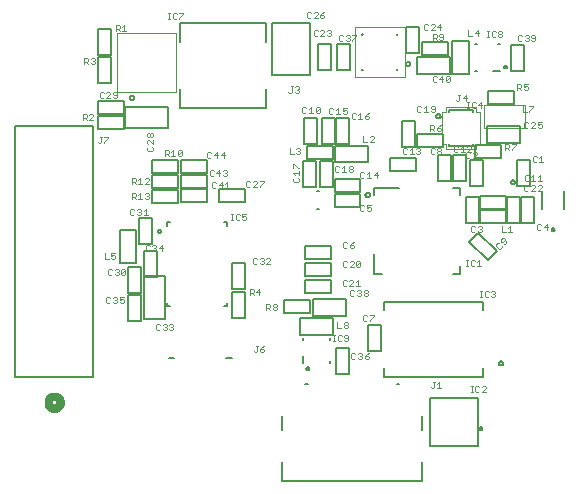
<source format=gto>
G75*
%MOIN*%
%OFA0B0*%
%FSLAX25Y25*%
%IPPOS*%
%LPD*%
%AMOC8*
5,1,8,0,0,1.08239X$1,22.5*
%
%ADD10C,0.00400*%
%ADD11C,0.00600*%
%ADD12C,0.00500*%
%ADD13C,0.00200*%
%ADD14C,0.00787*%
%ADD15C,0.00197*%
%ADD16C,0.00700*%
%ADD17C,0.02500*%
D10*
X0079728Y0086420D02*
X0080395Y0086420D01*
X0080061Y0086420D02*
X0080061Y0088422D01*
X0079728Y0088422D02*
X0080395Y0088422D01*
X0082535Y0088089D02*
X0082202Y0088422D01*
X0081534Y0088422D01*
X0081201Y0088089D01*
X0081201Y0086754D01*
X0081534Y0086420D01*
X0082202Y0086420D01*
X0082535Y0086754D01*
X0084745Y0088422D02*
X0083411Y0088422D01*
X0083411Y0087421D01*
X0084078Y0087755D01*
X0084412Y0087755D01*
X0084745Y0087421D01*
X0084745Y0086754D01*
X0084412Y0086420D01*
X0083744Y0086420D01*
X0083411Y0086754D01*
X0087208Y0042660D02*
X0087541Y0042326D01*
X0087875Y0042326D01*
X0088209Y0042660D01*
X0088209Y0044328D01*
X0088542Y0044328D02*
X0087875Y0044328D01*
X0090752Y0044328D02*
X0090085Y0043994D01*
X0089418Y0043327D01*
X0089418Y0042660D01*
X0089751Y0042326D01*
X0090419Y0042326D01*
X0090752Y0042660D01*
X0090752Y0042993D01*
X0090419Y0043327D01*
X0089418Y0043327D01*
X0146263Y0030455D02*
X0146597Y0030121D01*
X0146930Y0030121D01*
X0147264Y0030455D01*
X0147264Y0032123D01*
X0147597Y0032123D02*
X0146930Y0032123D01*
X0148473Y0031456D02*
X0149140Y0032123D01*
X0149140Y0030121D01*
X0148473Y0030121D02*
X0149807Y0030121D01*
X0162798Y0060436D02*
X0163466Y0060436D01*
X0163132Y0060436D02*
X0163132Y0062438D01*
X0162798Y0062438D02*
X0163466Y0062438D01*
X0165606Y0062104D02*
X0165273Y0062438D01*
X0164605Y0062438D01*
X0164272Y0062104D01*
X0164272Y0060770D01*
X0164605Y0060436D01*
X0165273Y0060436D01*
X0165606Y0060770D01*
X0166482Y0062104D02*
X0166815Y0062438D01*
X0167482Y0062438D01*
X0167816Y0062104D01*
X0167816Y0061771D01*
X0167482Y0061437D01*
X0167149Y0061437D01*
X0167482Y0061437D02*
X0167816Y0061103D01*
X0167816Y0060770D01*
X0167482Y0060436D01*
X0166815Y0060436D01*
X0166482Y0060770D01*
X0158741Y0071066D02*
X0158074Y0071066D01*
X0158408Y0071066D02*
X0158408Y0073068D01*
X0158741Y0073068D02*
X0158074Y0073068D01*
X0160882Y0072734D02*
X0160548Y0073068D01*
X0159881Y0073068D01*
X0159547Y0072734D01*
X0159547Y0071400D01*
X0159881Y0071066D01*
X0160548Y0071066D01*
X0160882Y0071400D01*
X0161757Y0072401D02*
X0162424Y0073068D01*
X0162424Y0071066D01*
X0161757Y0071066D02*
X0163092Y0071066D01*
X0035239Y0112384D02*
X0035573Y0112050D01*
X0035907Y0112050D01*
X0036240Y0112384D01*
X0036240Y0114052D01*
X0035907Y0114052D02*
X0036574Y0114052D01*
X0037449Y0114052D02*
X0038784Y0114052D01*
X0038784Y0113718D01*
X0037449Y0112384D01*
X0037449Y0112050D01*
X0181590Y0107136D02*
X0181256Y0107469D01*
X0180589Y0107469D01*
X0180255Y0107136D01*
X0180255Y0105801D01*
X0180589Y0105468D01*
X0181256Y0105468D01*
X0181590Y0105801D01*
X0182465Y0106802D02*
X0183132Y0107469D01*
X0183132Y0105468D01*
X0182465Y0105468D02*
X0183799Y0105468D01*
X0159502Y0108502D02*
X0159169Y0108836D01*
X0158501Y0108836D01*
X0158168Y0108502D01*
X0158168Y0107167D01*
X0158501Y0106834D01*
X0159169Y0106834D01*
X0159502Y0107167D01*
X0161712Y0106834D02*
X0160378Y0106834D01*
X0161712Y0108168D01*
X0161712Y0108502D01*
X0161378Y0108836D01*
X0160711Y0108836D01*
X0160378Y0108502D01*
X0161031Y0083876D02*
X0160697Y0084210D01*
X0160030Y0084210D01*
X0159696Y0083876D01*
X0159696Y0082541D01*
X0160030Y0082208D01*
X0160697Y0082208D01*
X0161031Y0082541D01*
X0161906Y0083876D02*
X0162240Y0084210D01*
X0162907Y0084210D01*
X0163240Y0083876D01*
X0163240Y0083542D01*
X0162907Y0083209D01*
X0162573Y0083209D01*
X0162907Y0083209D02*
X0163240Y0082875D01*
X0163240Y0082541D01*
X0162907Y0082208D01*
X0162240Y0082208D01*
X0161906Y0082541D01*
X0183023Y0084730D02*
X0182689Y0085064D01*
X0182022Y0085064D01*
X0181688Y0084730D01*
X0181688Y0083396D01*
X0182022Y0083062D01*
X0182689Y0083062D01*
X0183023Y0083396D01*
X0184899Y0083062D02*
X0184899Y0085064D01*
X0183898Y0084063D01*
X0185233Y0084063D01*
X0124164Y0090766D02*
X0123831Y0091099D01*
X0123164Y0091099D01*
X0122830Y0090766D01*
X0122830Y0089431D01*
X0123164Y0089098D01*
X0123831Y0089098D01*
X0124164Y0089431D01*
X0126374Y0091099D02*
X0125040Y0091099D01*
X0125040Y0090098D01*
X0125707Y0090432D01*
X0126041Y0090432D01*
X0126374Y0090098D01*
X0126374Y0089431D01*
X0126041Y0089098D01*
X0125373Y0089098D01*
X0125040Y0089431D01*
X0118318Y0078624D02*
X0117984Y0078958D01*
X0117317Y0078958D01*
X0116983Y0078624D01*
X0116983Y0077290D01*
X0117317Y0076956D01*
X0117984Y0076956D01*
X0118318Y0077290D01*
X0120528Y0078958D02*
X0119861Y0078624D01*
X0119193Y0077957D01*
X0119193Y0077290D01*
X0119527Y0076956D01*
X0120194Y0076956D01*
X0120528Y0077290D01*
X0120528Y0077623D01*
X0120194Y0077957D01*
X0119193Y0077957D01*
X0125156Y0054227D02*
X0124822Y0054561D01*
X0124155Y0054561D01*
X0123821Y0054227D01*
X0123821Y0052893D01*
X0124155Y0052559D01*
X0124822Y0052559D01*
X0125156Y0052893D01*
X0126031Y0054561D02*
X0127366Y0054561D01*
X0127366Y0054227D01*
X0126031Y0052893D01*
X0126031Y0052559D01*
X0147597Y0109774D02*
X0147264Y0110107D01*
X0146597Y0110107D01*
X0146263Y0109774D01*
X0146263Y0108439D01*
X0146597Y0108106D01*
X0147264Y0108106D01*
X0147597Y0108439D01*
X0148473Y0109774D02*
X0148806Y0110107D01*
X0149474Y0110107D01*
X0149807Y0109774D01*
X0149807Y0109440D01*
X0149474Y0109106D01*
X0149807Y0108773D01*
X0149807Y0108439D01*
X0149474Y0108106D01*
X0148806Y0108106D01*
X0148473Y0108439D01*
X0148473Y0108773D01*
X0148806Y0109106D01*
X0148473Y0109440D01*
X0148473Y0109774D01*
X0148806Y0109106D02*
X0149474Y0109106D01*
X0168969Y0078554D02*
X0168497Y0078554D01*
X0168025Y0078082D01*
X0168025Y0077610D01*
X0168969Y0076667D01*
X0169440Y0076667D01*
X0169912Y0077139D01*
X0169912Y0077610D01*
X0170531Y0078229D02*
X0171003Y0078229D01*
X0171475Y0078701D01*
X0171475Y0079173D01*
X0170531Y0080117D01*
X0170059Y0080117D01*
X0169588Y0079645D01*
X0169588Y0079173D01*
X0169823Y0078937D01*
X0170295Y0078937D01*
X0171003Y0079645D01*
X0104771Y0123510D02*
X0104437Y0123843D01*
X0103770Y0123843D01*
X0103436Y0123510D01*
X0103436Y0122175D01*
X0103770Y0121842D01*
X0104437Y0121842D01*
X0104771Y0122175D01*
X0105646Y0123176D02*
X0106313Y0123843D01*
X0106313Y0121842D01*
X0105646Y0121842D02*
X0106981Y0121842D01*
X0107856Y0122175D02*
X0107856Y0123510D01*
X0108190Y0123843D01*
X0108857Y0123843D01*
X0109190Y0123510D01*
X0109190Y0122175D01*
X0108857Y0121842D01*
X0108190Y0121842D01*
X0107856Y0122175D01*
X0109190Y0123510D01*
X0178889Y0100837D02*
X0178555Y0101170D01*
X0177888Y0101170D01*
X0177554Y0100837D01*
X0177554Y0099502D01*
X0177888Y0099169D01*
X0178555Y0099169D01*
X0178889Y0099502D01*
X0179764Y0100503D02*
X0180431Y0101170D01*
X0180431Y0099169D01*
X0179764Y0099169D02*
X0181099Y0099169D01*
X0181974Y0100503D02*
X0182641Y0101170D01*
X0182641Y0099169D01*
X0181974Y0099169D02*
X0183309Y0099169D01*
X0155408Y0110530D02*
X0155075Y0110863D01*
X0154408Y0110863D01*
X0154074Y0110530D01*
X0154074Y0109195D01*
X0154408Y0108861D01*
X0155075Y0108861D01*
X0155408Y0109195D01*
X0156284Y0110196D02*
X0156951Y0110863D01*
X0156951Y0108861D01*
X0156284Y0108861D02*
X0157618Y0108861D01*
X0159828Y0108861D02*
X0158494Y0108861D01*
X0159828Y0110196D01*
X0159828Y0110530D01*
X0159495Y0110863D01*
X0158827Y0110863D01*
X0158494Y0110530D01*
X0138385Y0109821D02*
X0138051Y0110154D01*
X0137384Y0110154D01*
X0137050Y0109821D01*
X0137050Y0108486D01*
X0137384Y0108153D01*
X0138051Y0108153D01*
X0138385Y0108486D01*
X0139260Y0109487D02*
X0139928Y0110154D01*
X0139928Y0108153D01*
X0140595Y0108153D02*
X0139260Y0108153D01*
X0141470Y0109821D02*
X0141804Y0110154D01*
X0142471Y0110154D01*
X0142805Y0109821D01*
X0142805Y0109487D01*
X0142471Y0109154D01*
X0142137Y0109154D01*
X0142471Y0109154D02*
X0142805Y0108820D01*
X0142805Y0108486D01*
X0142471Y0108153D01*
X0141804Y0108153D01*
X0141470Y0108486D01*
X0124164Y0101923D02*
X0123831Y0102257D01*
X0123164Y0102257D01*
X0122830Y0101923D01*
X0122830Y0100589D01*
X0123164Y0100255D01*
X0123831Y0100255D01*
X0124164Y0100589D01*
X0125040Y0101590D02*
X0125707Y0102257D01*
X0125707Y0100255D01*
X0125040Y0100255D02*
X0126374Y0100255D01*
X0128251Y0100255D02*
X0128251Y0102257D01*
X0127250Y0101256D01*
X0128584Y0101256D01*
X0113775Y0123384D02*
X0113441Y0123717D01*
X0112774Y0123717D01*
X0112440Y0123384D01*
X0112440Y0122049D01*
X0112774Y0121716D01*
X0113441Y0121716D01*
X0113775Y0122049D01*
X0114650Y0123050D02*
X0115317Y0123717D01*
X0115317Y0121716D01*
X0114650Y0121716D02*
X0115985Y0121716D01*
X0118194Y0123717D02*
X0116860Y0123717D01*
X0116860Y0122717D01*
X0117527Y0123050D01*
X0117861Y0123050D01*
X0118194Y0122717D01*
X0118194Y0122049D01*
X0117861Y0121716D01*
X0117194Y0121716D01*
X0116860Y0122049D01*
X0121200Y0121553D02*
X0120866Y0121887D01*
X0120199Y0121887D01*
X0119865Y0121553D01*
X0119865Y0120219D01*
X0120199Y0119885D01*
X0120866Y0119885D01*
X0121200Y0120219D01*
X0122075Y0121220D02*
X0122742Y0121887D01*
X0122742Y0119885D01*
X0122075Y0119885D02*
X0123410Y0119885D01*
X0125620Y0121887D02*
X0124952Y0121553D01*
X0124285Y0120886D01*
X0124285Y0120219D01*
X0124619Y0119885D01*
X0125286Y0119885D01*
X0125620Y0120219D01*
X0125620Y0120552D01*
X0125286Y0120886D01*
X0124285Y0120886D01*
X0100782Y0100365D02*
X0100448Y0100032D01*
X0100448Y0099364D01*
X0100782Y0099031D01*
X0102116Y0099031D01*
X0102450Y0099364D01*
X0102450Y0100032D01*
X0102116Y0100365D01*
X0101115Y0101241D02*
X0100448Y0101908D01*
X0102450Y0101908D01*
X0102450Y0101241D02*
X0102450Y0102575D01*
X0100448Y0103450D02*
X0100448Y0104785D01*
X0100782Y0104785D01*
X0102116Y0103450D01*
X0102450Y0103450D01*
X0115779Y0103982D02*
X0115445Y0104316D01*
X0114778Y0104316D01*
X0114444Y0103982D01*
X0114444Y0102648D01*
X0114778Y0102314D01*
X0115445Y0102314D01*
X0115779Y0102648D01*
X0116654Y0103649D02*
X0117321Y0104316D01*
X0117321Y0102314D01*
X0116654Y0102314D02*
X0117988Y0102314D01*
X0118864Y0103982D02*
X0119197Y0104316D01*
X0119865Y0104316D01*
X0120198Y0103982D01*
X0120198Y0103649D01*
X0119865Y0103315D01*
X0120198Y0102981D01*
X0120198Y0102648D01*
X0119865Y0102314D01*
X0119197Y0102314D01*
X0118864Y0102648D01*
X0118864Y0102981D01*
X0119197Y0103315D01*
X0118864Y0103649D01*
X0118864Y0103982D01*
X0119197Y0103315D02*
X0119865Y0103315D01*
X0118318Y0072274D02*
X0117984Y0072607D01*
X0117317Y0072607D01*
X0116983Y0072274D01*
X0116983Y0070939D01*
X0117317Y0070606D01*
X0117984Y0070606D01*
X0118318Y0070939D01*
X0120528Y0070606D02*
X0119193Y0070606D01*
X0120528Y0071940D01*
X0120528Y0072274D01*
X0120194Y0072607D01*
X0119527Y0072607D01*
X0119193Y0072274D01*
X0121403Y0070939D02*
X0121403Y0072274D01*
X0121737Y0072607D01*
X0122404Y0072607D01*
X0122738Y0072274D01*
X0122738Y0070939D01*
X0122404Y0070606D01*
X0121737Y0070606D01*
X0121403Y0070939D01*
X0122738Y0072274D01*
X0118239Y0065876D02*
X0117906Y0066210D01*
X0117238Y0066210D01*
X0116905Y0065876D01*
X0116905Y0064541D01*
X0117238Y0064208D01*
X0117906Y0064208D01*
X0118239Y0064541D01*
X0120449Y0064208D02*
X0119115Y0064208D01*
X0120449Y0065542D01*
X0120449Y0065876D01*
X0120115Y0066210D01*
X0119448Y0066210D01*
X0119115Y0065876D01*
X0121324Y0065542D02*
X0121992Y0066210D01*
X0121992Y0064208D01*
X0122659Y0064208D02*
X0121324Y0064208D01*
X0178810Y0097608D02*
X0178476Y0097942D01*
X0177809Y0097942D01*
X0177476Y0097608D01*
X0177476Y0096274D01*
X0177809Y0095940D01*
X0178476Y0095940D01*
X0178810Y0096274D01*
X0181020Y0095940D02*
X0179685Y0095940D01*
X0181020Y0097275D01*
X0181020Y0097608D01*
X0180686Y0097942D01*
X0180019Y0097942D01*
X0179685Y0097608D01*
X0183230Y0095940D02*
X0181895Y0095940D01*
X0183230Y0097275D01*
X0183230Y0097608D01*
X0182896Y0097942D01*
X0182229Y0097942D01*
X0181895Y0097608D01*
X0099291Y0110280D02*
X0099291Y0108279D01*
X0100625Y0108279D01*
X0101500Y0109947D02*
X0101834Y0110280D01*
X0102501Y0110280D01*
X0102835Y0109947D01*
X0102835Y0109613D01*
X0102501Y0109280D01*
X0102168Y0109280D01*
X0102501Y0109280D02*
X0102835Y0108946D01*
X0102835Y0108612D01*
X0102501Y0108279D01*
X0101834Y0108279D01*
X0101500Y0108612D01*
X0123688Y0114202D02*
X0123688Y0112200D01*
X0125023Y0112200D01*
X0127233Y0112200D02*
X0125898Y0112200D01*
X0127233Y0113534D01*
X0127233Y0113868D01*
X0126899Y0114202D01*
X0126232Y0114202D01*
X0125898Y0113868D01*
X0169924Y0084170D02*
X0169924Y0082169D01*
X0171259Y0082169D01*
X0172134Y0083503D02*
X0172802Y0084170D01*
X0172802Y0082169D01*
X0173469Y0082169D02*
X0172134Y0082169D01*
X0160274Y0028794D02*
X0159607Y0028794D01*
X0159941Y0028794D02*
X0159941Y0030796D01*
X0160274Y0030796D02*
X0159607Y0030796D01*
X0162415Y0030463D02*
X0162081Y0030796D01*
X0161414Y0030796D01*
X0161080Y0030463D01*
X0161080Y0029128D01*
X0161414Y0028794D01*
X0162081Y0028794D01*
X0162415Y0029128D01*
X0164625Y0028794D02*
X0163290Y0028794D01*
X0164625Y0030129D01*
X0164625Y0030463D01*
X0164291Y0030796D01*
X0163624Y0030796D01*
X0163290Y0030463D01*
X0154672Y0126250D02*
X0155006Y0125917D01*
X0155340Y0125917D01*
X0155673Y0126250D01*
X0155673Y0127918D01*
X0155340Y0127918D02*
X0156007Y0127918D01*
X0157883Y0125917D02*
X0157883Y0127918D01*
X0156882Y0126917D01*
X0158217Y0126917D01*
X0143101Y0124045D02*
X0142768Y0124379D01*
X0142101Y0124379D01*
X0141767Y0124045D01*
X0141767Y0122711D01*
X0142101Y0122377D01*
X0142768Y0122377D01*
X0143101Y0122711D01*
X0143977Y0123712D02*
X0144644Y0124379D01*
X0144644Y0122377D01*
X0143977Y0122377D02*
X0145311Y0122377D01*
X0146187Y0122711D02*
X0146520Y0122377D01*
X0147188Y0122377D01*
X0147521Y0122711D01*
X0147521Y0124045D01*
X0147188Y0124379D01*
X0146520Y0124379D01*
X0146187Y0124045D01*
X0146187Y0123712D01*
X0146520Y0123378D01*
X0147521Y0123378D01*
X0178802Y0118624D02*
X0178469Y0118958D01*
X0177801Y0118958D01*
X0177468Y0118624D01*
X0177468Y0117290D01*
X0177801Y0116956D01*
X0178469Y0116956D01*
X0178802Y0117290D01*
X0181012Y0116956D02*
X0179678Y0116956D01*
X0181012Y0118290D01*
X0181012Y0118624D01*
X0180678Y0118958D01*
X0180011Y0118958D01*
X0179678Y0118624D01*
X0183222Y0118958D02*
X0181887Y0118958D01*
X0181887Y0117957D01*
X0182555Y0118290D01*
X0182888Y0118290D01*
X0183222Y0117957D01*
X0183222Y0117290D01*
X0182888Y0116956D01*
X0182221Y0116956D01*
X0181887Y0117290D01*
X0059371Y0153153D02*
X0058704Y0153153D01*
X0059038Y0153153D02*
X0059038Y0155154D01*
X0059371Y0155154D02*
X0058704Y0155154D01*
X0061512Y0154821D02*
X0061178Y0155154D01*
X0060511Y0155154D01*
X0060177Y0154821D01*
X0060177Y0153486D01*
X0060511Y0153153D01*
X0061178Y0153153D01*
X0061512Y0153486D01*
X0062387Y0155154D02*
X0063722Y0155154D01*
X0063722Y0154821D01*
X0062387Y0153486D01*
X0062387Y0153153D01*
X0106377Y0155175D02*
X0106043Y0155509D01*
X0105376Y0155509D01*
X0105043Y0155175D01*
X0105043Y0153841D01*
X0105376Y0153507D01*
X0106043Y0153507D01*
X0106377Y0153841D01*
X0108587Y0153507D02*
X0107252Y0153507D01*
X0108587Y0154842D01*
X0108587Y0155175D01*
X0108253Y0155509D01*
X0107586Y0155509D01*
X0107252Y0155175D01*
X0110797Y0155509D02*
X0110130Y0155175D01*
X0109462Y0154508D01*
X0109462Y0153841D01*
X0109796Y0153507D01*
X0110463Y0153507D01*
X0110797Y0153841D01*
X0110797Y0154174D01*
X0110463Y0154508D01*
X0109462Y0154508D01*
X0052107Y0110692D02*
X0051773Y0110359D01*
X0051773Y0109691D01*
X0052107Y0109358D01*
X0053441Y0109358D01*
X0053775Y0109691D01*
X0053775Y0110359D01*
X0053441Y0110692D01*
X0053775Y0112902D02*
X0053775Y0111568D01*
X0052440Y0112902D01*
X0052107Y0112902D01*
X0051773Y0112568D01*
X0051773Y0111901D01*
X0052107Y0111568D01*
X0052107Y0113777D02*
X0051773Y0114111D01*
X0051773Y0114778D01*
X0052107Y0115112D01*
X0052440Y0115112D01*
X0052774Y0114778D01*
X0053108Y0115112D01*
X0053441Y0115112D01*
X0053775Y0114778D01*
X0053775Y0114111D01*
X0053441Y0113777D01*
X0053108Y0113777D01*
X0052774Y0114111D01*
X0052440Y0113777D01*
X0052107Y0113777D01*
X0052774Y0114111D02*
X0052774Y0114778D01*
X0037283Y0128522D02*
X0036949Y0128855D01*
X0036282Y0128855D01*
X0035948Y0128522D01*
X0035948Y0127187D01*
X0036282Y0126854D01*
X0036949Y0126854D01*
X0037283Y0127187D01*
X0039492Y0126854D02*
X0038158Y0126854D01*
X0039492Y0128188D01*
X0039492Y0128522D01*
X0039159Y0128855D01*
X0038492Y0128855D01*
X0038158Y0128522D01*
X0040368Y0127187D02*
X0040701Y0126854D01*
X0041369Y0126854D01*
X0041702Y0127187D01*
X0041702Y0128522D01*
X0041369Y0128855D01*
X0040701Y0128855D01*
X0040368Y0128522D01*
X0040368Y0128188D01*
X0040701Y0127854D01*
X0041702Y0127854D01*
X0041184Y0149255D02*
X0041184Y0151257D01*
X0042185Y0151257D01*
X0042519Y0150923D01*
X0042519Y0150256D01*
X0042185Y0149922D01*
X0041184Y0149922D01*
X0041851Y0149922D02*
X0042519Y0149255D01*
X0043394Y0150590D02*
X0044061Y0151257D01*
X0044061Y0149255D01*
X0043394Y0149255D02*
X0044729Y0149255D01*
X0030200Y0119491D02*
X0030200Y0121493D01*
X0031201Y0121493D01*
X0031534Y0121159D01*
X0031534Y0120492D01*
X0031201Y0120159D01*
X0030200Y0120159D01*
X0030867Y0120159D02*
X0031534Y0119491D01*
X0033744Y0119491D02*
X0032410Y0119491D01*
X0033744Y0120826D01*
X0033744Y0121159D01*
X0033411Y0121493D01*
X0032743Y0121493D01*
X0032410Y0121159D01*
X0030791Y0138192D02*
X0030791Y0140194D01*
X0031791Y0140194D01*
X0032125Y0139860D01*
X0032125Y0139193D01*
X0031791Y0138859D01*
X0030791Y0138859D01*
X0031458Y0138859D02*
X0032125Y0138192D01*
X0033000Y0139860D02*
X0033334Y0140194D01*
X0034001Y0140194D01*
X0034335Y0139860D01*
X0034335Y0139527D01*
X0034001Y0139193D01*
X0033668Y0139193D01*
X0034001Y0139193D02*
X0034335Y0138859D01*
X0034335Y0138526D01*
X0034001Y0138192D01*
X0033334Y0138192D01*
X0033000Y0138526D01*
X0086160Y0098915D02*
X0085827Y0099249D01*
X0085160Y0099249D01*
X0084826Y0098915D01*
X0084826Y0097581D01*
X0085160Y0097247D01*
X0085827Y0097247D01*
X0086160Y0097581D01*
X0088370Y0097247D02*
X0087036Y0097247D01*
X0088370Y0098582D01*
X0088370Y0098915D01*
X0088037Y0099249D01*
X0087369Y0099249D01*
X0087036Y0098915D01*
X0089246Y0099249D02*
X0090580Y0099249D01*
X0090580Y0098915D01*
X0089246Y0097581D01*
X0089246Y0097247D01*
X0039999Y0069467D02*
X0039665Y0069800D01*
X0038998Y0069800D01*
X0038665Y0069467D01*
X0038665Y0068132D01*
X0038998Y0067798D01*
X0039665Y0067798D01*
X0039999Y0068132D01*
X0040874Y0069467D02*
X0041208Y0069800D01*
X0041875Y0069800D01*
X0042209Y0069467D01*
X0042209Y0069133D01*
X0041875Y0068799D01*
X0041542Y0068799D01*
X0041875Y0068799D02*
X0042209Y0068466D01*
X0042209Y0068132D01*
X0041875Y0067798D01*
X0041208Y0067798D01*
X0040874Y0068132D01*
X0043084Y0068132D02*
X0043084Y0069467D01*
X0043418Y0069800D01*
X0044085Y0069800D01*
X0044419Y0069467D01*
X0044419Y0068132D01*
X0044085Y0067798D01*
X0043418Y0067798D01*
X0043084Y0068132D01*
X0044419Y0069467D01*
X0047460Y0089644D02*
X0047126Y0089977D01*
X0046459Y0089977D01*
X0046125Y0089644D01*
X0046125Y0088309D01*
X0046459Y0087976D01*
X0047126Y0087976D01*
X0047460Y0088309D01*
X0048335Y0089644D02*
X0048669Y0089977D01*
X0049336Y0089977D01*
X0049670Y0089644D01*
X0049670Y0089310D01*
X0049336Y0088976D01*
X0049002Y0088976D01*
X0049336Y0088976D02*
X0049670Y0088643D01*
X0049670Y0088309D01*
X0049336Y0087976D01*
X0048669Y0087976D01*
X0048335Y0088309D01*
X0050545Y0089310D02*
X0051212Y0089977D01*
X0051212Y0087976D01*
X0050545Y0087976D02*
X0051879Y0087976D01*
X0088326Y0073207D02*
X0087992Y0073540D01*
X0087325Y0073540D01*
X0086991Y0073207D01*
X0086991Y0071872D01*
X0087325Y0071539D01*
X0087992Y0071539D01*
X0088326Y0071872D01*
X0089201Y0073207D02*
X0089535Y0073540D01*
X0090202Y0073540D01*
X0090536Y0073207D01*
X0090536Y0072873D01*
X0090202Y0072539D01*
X0089868Y0072539D01*
X0090202Y0072539D02*
X0090536Y0072206D01*
X0090536Y0071872D01*
X0090202Y0071539D01*
X0089535Y0071539D01*
X0089201Y0071872D01*
X0092746Y0071539D02*
X0091411Y0071539D01*
X0092746Y0072873D01*
X0092746Y0073207D01*
X0092412Y0073540D01*
X0091745Y0073540D01*
X0091411Y0073207D01*
X0055983Y0051297D02*
X0055650Y0051631D01*
X0054982Y0051631D01*
X0054649Y0051297D01*
X0054649Y0049963D01*
X0054982Y0049629D01*
X0055650Y0049629D01*
X0055983Y0049963D01*
X0056859Y0051297D02*
X0057192Y0051631D01*
X0057860Y0051631D01*
X0058193Y0051297D01*
X0058193Y0050964D01*
X0057860Y0050630D01*
X0057526Y0050630D01*
X0057860Y0050630D02*
X0058193Y0050296D01*
X0058193Y0049963D01*
X0057860Y0049629D01*
X0057192Y0049629D01*
X0056859Y0049963D01*
X0059069Y0051297D02*
X0059402Y0051631D01*
X0060069Y0051631D01*
X0060403Y0051297D01*
X0060403Y0050964D01*
X0060069Y0050630D01*
X0059736Y0050630D01*
X0060069Y0050630D02*
X0060403Y0050296D01*
X0060403Y0049963D01*
X0060069Y0049629D01*
X0059402Y0049629D01*
X0059069Y0049963D01*
X0052538Y0077675D02*
X0052205Y0078009D01*
X0051538Y0078009D01*
X0051204Y0077675D01*
X0051204Y0076341D01*
X0051538Y0076007D01*
X0052205Y0076007D01*
X0052538Y0076341D01*
X0053414Y0077675D02*
X0053747Y0078009D01*
X0054415Y0078009D01*
X0054748Y0077675D01*
X0054748Y0077342D01*
X0054415Y0077008D01*
X0054081Y0077008D01*
X0054415Y0077008D02*
X0054748Y0076674D01*
X0054748Y0076341D01*
X0054415Y0076007D01*
X0053747Y0076007D01*
X0053414Y0076341D01*
X0056625Y0076007D02*
X0056625Y0078009D01*
X0055624Y0077008D01*
X0056958Y0077008D01*
X0039448Y0060254D02*
X0039114Y0060588D01*
X0038447Y0060588D01*
X0038113Y0060254D01*
X0038113Y0058919D01*
X0038447Y0058586D01*
X0039114Y0058586D01*
X0039448Y0058919D01*
X0040323Y0060254D02*
X0040657Y0060588D01*
X0041324Y0060588D01*
X0041658Y0060254D01*
X0041658Y0059920D01*
X0041324Y0059587D01*
X0040991Y0059587D01*
X0041324Y0059587D02*
X0041658Y0059253D01*
X0041658Y0058919D01*
X0041324Y0058586D01*
X0040657Y0058586D01*
X0040323Y0058919D01*
X0043868Y0060588D02*
X0042533Y0060588D01*
X0042533Y0059587D01*
X0043200Y0059920D01*
X0043534Y0059920D01*
X0043868Y0059587D01*
X0043868Y0058919D01*
X0043534Y0058586D01*
X0042867Y0058586D01*
X0042533Y0058919D01*
X0085850Y0061145D02*
X0085850Y0063147D01*
X0086850Y0063147D01*
X0087184Y0062813D01*
X0087184Y0062146D01*
X0086850Y0061812D01*
X0085850Y0061812D01*
X0086517Y0061812D02*
X0087184Y0061145D01*
X0089060Y0061145D02*
X0089060Y0063147D01*
X0088059Y0062146D01*
X0089394Y0062146D01*
X0037562Y0075115D02*
X0037562Y0073113D01*
X0038897Y0073113D01*
X0041107Y0075115D02*
X0039772Y0075115D01*
X0039772Y0074114D01*
X0040439Y0074448D01*
X0040773Y0074448D01*
X0041107Y0074114D01*
X0041107Y0073447D01*
X0040773Y0073113D01*
X0040106Y0073113D01*
X0039772Y0073447D01*
X0158461Y0123438D02*
X0159128Y0123438D01*
X0158794Y0123438D02*
X0158794Y0125440D01*
X0158461Y0125440D02*
X0159128Y0125440D01*
X0161268Y0125106D02*
X0160935Y0125440D01*
X0160268Y0125440D01*
X0159934Y0125106D01*
X0159934Y0123772D01*
X0160268Y0123438D01*
X0160935Y0123438D01*
X0161268Y0123772D01*
X0163145Y0123438D02*
X0163145Y0125440D01*
X0162144Y0124439D01*
X0163478Y0124439D01*
X0175003Y0129531D02*
X0175003Y0131532D01*
X0176004Y0131532D01*
X0176338Y0131199D01*
X0176338Y0130532D01*
X0176004Y0130198D01*
X0175003Y0130198D01*
X0175670Y0130198D02*
X0176338Y0129531D01*
X0178548Y0131532D02*
X0177213Y0131532D01*
X0177213Y0130532D01*
X0177880Y0130865D01*
X0178214Y0130865D01*
X0178548Y0130532D01*
X0178548Y0129864D01*
X0178214Y0129531D01*
X0177547Y0129531D01*
X0177213Y0129864D01*
X0176932Y0124131D02*
X0176932Y0122129D01*
X0178267Y0122129D01*
X0179142Y0124131D02*
X0180477Y0124131D01*
X0180477Y0123797D01*
X0179142Y0122463D01*
X0179142Y0122129D01*
X0146066Y0116046D02*
X0146066Y0118048D01*
X0147067Y0118048D01*
X0147401Y0117715D01*
X0147401Y0117047D01*
X0147067Y0116714D01*
X0146066Y0116714D01*
X0146733Y0116714D02*
X0147401Y0116046D01*
X0149610Y0118048D02*
X0148943Y0117715D01*
X0148276Y0117047D01*
X0148276Y0116380D01*
X0148610Y0116046D01*
X0149277Y0116046D01*
X0149610Y0116380D01*
X0149610Y0116714D01*
X0149277Y0117047D01*
X0148276Y0117047D01*
X0171066Y0109452D02*
X0171066Y0111454D01*
X0172067Y0111454D01*
X0172401Y0111120D01*
X0172401Y0110453D01*
X0172067Y0110119D01*
X0171066Y0110119D01*
X0171733Y0110119D02*
X0172401Y0109452D01*
X0173276Y0111454D02*
X0174610Y0111454D01*
X0174610Y0111120D01*
X0173276Y0109786D01*
X0173276Y0109452D01*
X0108621Y0149309D02*
X0108287Y0149643D01*
X0107620Y0149643D01*
X0107287Y0149309D01*
X0107287Y0147975D01*
X0107620Y0147641D01*
X0108287Y0147641D01*
X0108621Y0147975D01*
X0110831Y0147641D02*
X0109496Y0147641D01*
X0110831Y0148975D01*
X0110831Y0149309D01*
X0110497Y0149643D01*
X0109830Y0149643D01*
X0109496Y0149309D01*
X0111706Y0149309D02*
X0112040Y0149643D01*
X0112707Y0149643D01*
X0113041Y0149309D01*
X0113041Y0148975D01*
X0112707Y0148642D01*
X0112374Y0148642D01*
X0112707Y0148642D02*
X0113041Y0148308D01*
X0113041Y0147975D01*
X0112707Y0147641D01*
X0112040Y0147641D01*
X0111706Y0147975D01*
X0145334Y0151179D02*
X0145000Y0151513D01*
X0144333Y0151513D01*
X0143999Y0151179D01*
X0143999Y0149845D01*
X0144333Y0149511D01*
X0145000Y0149511D01*
X0145334Y0149845D01*
X0147544Y0149511D02*
X0146209Y0149511D01*
X0147544Y0150845D01*
X0147544Y0151179D01*
X0147210Y0151513D01*
X0146543Y0151513D01*
X0146209Y0151179D01*
X0149420Y0149511D02*
X0149420Y0151513D01*
X0148419Y0150512D01*
X0149753Y0150512D01*
X0117086Y0147498D02*
X0116752Y0147832D01*
X0116085Y0147832D01*
X0115751Y0147498D01*
X0115751Y0146164D01*
X0116085Y0145830D01*
X0116752Y0145830D01*
X0117086Y0146164D01*
X0117961Y0147498D02*
X0118295Y0147832D01*
X0118962Y0147832D01*
X0119296Y0147498D01*
X0119296Y0147164D01*
X0118962Y0146831D01*
X0118628Y0146831D01*
X0118962Y0146831D02*
X0119296Y0146497D01*
X0119296Y0146164D01*
X0118962Y0145830D01*
X0118295Y0145830D01*
X0117961Y0146164D01*
X0120171Y0147832D02*
X0121505Y0147832D01*
X0121505Y0147498D01*
X0120171Y0146164D01*
X0120171Y0145830D01*
X0115161Y0052202D02*
X0115161Y0050200D01*
X0116495Y0050200D01*
X0117371Y0051868D02*
X0117704Y0052202D01*
X0118371Y0052202D01*
X0118705Y0051868D01*
X0118705Y0051534D01*
X0118371Y0051201D01*
X0118705Y0050867D01*
X0118705Y0050534D01*
X0118371Y0050200D01*
X0117704Y0050200D01*
X0117371Y0050534D01*
X0117371Y0050867D01*
X0117704Y0051201D01*
X0117371Y0051534D01*
X0117371Y0051868D01*
X0117704Y0051201D02*
X0118371Y0051201D01*
X0121101Y0041474D02*
X0120768Y0041808D01*
X0120101Y0041808D01*
X0119767Y0041474D01*
X0119767Y0040140D01*
X0120101Y0039806D01*
X0120768Y0039806D01*
X0121101Y0040140D01*
X0121977Y0041474D02*
X0122310Y0041808D01*
X0122978Y0041808D01*
X0123311Y0041474D01*
X0123311Y0041141D01*
X0122978Y0040807D01*
X0122644Y0040807D01*
X0122978Y0040807D02*
X0123311Y0040474D01*
X0123311Y0040140D01*
X0122978Y0039806D01*
X0122310Y0039806D01*
X0121977Y0040140D01*
X0125521Y0041808D02*
X0124854Y0041474D01*
X0124187Y0040807D01*
X0124187Y0040140D01*
X0124520Y0039806D01*
X0125188Y0039806D01*
X0125521Y0040140D01*
X0125521Y0040474D01*
X0125188Y0040807D01*
X0124187Y0040807D01*
X0120786Y0062577D02*
X0120453Y0062910D01*
X0119786Y0062910D01*
X0119452Y0062577D01*
X0119452Y0061242D01*
X0119786Y0060909D01*
X0120453Y0060909D01*
X0120786Y0061242D01*
X0121662Y0062577D02*
X0121995Y0062910D01*
X0122663Y0062910D01*
X0122996Y0062577D01*
X0122996Y0062243D01*
X0122663Y0061910D01*
X0122329Y0061910D01*
X0122663Y0061910D02*
X0122996Y0061576D01*
X0122996Y0061242D01*
X0122663Y0060909D01*
X0121995Y0060909D01*
X0121662Y0061242D01*
X0123872Y0062577D02*
X0124205Y0062910D01*
X0124873Y0062910D01*
X0125206Y0062577D01*
X0125206Y0062243D01*
X0124873Y0061910D01*
X0125206Y0061576D01*
X0125206Y0061242D01*
X0124873Y0060909D01*
X0124205Y0060909D01*
X0123872Y0061242D01*
X0123872Y0061576D01*
X0124205Y0061910D01*
X0123872Y0062243D01*
X0123872Y0062577D01*
X0124205Y0061910D02*
X0124873Y0061910D01*
X0091302Y0056184D02*
X0091302Y0058186D01*
X0092303Y0058186D01*
X0092637Y0057852D01*
X0092637Y0057185D01*
X0092303Y0056851D01*
X0091302Y0056851D01*
X0091970Y0056851D02*
X0092637Y0056184D01*
X0093512Y0057852D02*
X0093846Y0058186D01*
X0094513Y0058186D01*
X0094847Y0057852D01*
X0094847Y0057519D01*
X0094513Y0057185D01*
X0094847Y0056851D01*
X0094847Y0056518D01*
X0094513Y0056184D01*
X0093846Y0056184D01*
X0093512Y0056518D01*
X0093512Y0056851D01*
X0093846Y0057185D01*
X0093512Y0057519D01*
X0093512Y0057852D01*
X0093846Y0057185D02*
X0094513Y0057185D01*
X0176692Y0147577D02*
X0176358Y0147910D01*
X0175691Y0147910D01*
X0175357Y0147577D01*
X0175357Y0146242D01*
X0175691Y0145909D01*
X0176358Y0145909D01*
X0176692Y0146242D01*
X0177567Y0147577D02*
X0177901Y0147910D01*
X0178568Y0147910D01*
X0178902Y0147577D01*
X0178902Y0147243D01*
X0178568Y0146910D01*
X0178235Y0146910D01*
X0178568Y0146910D02*
X0178902Y0146576D01*
X0178902Y0146242D01*
X0178568Y0145909D01*
X0177901Y0145909D01*
X0177567Y0146242D01*
X0179777Y0146242D02*
X0180111Y0145909D01*
X0180778Y0145909D01*
X0181112Y0146242D01*
X0181112Y0147577D01*
X0180778Y0147910D01*
X0180111Y0147910D01*
X0179777Y0147577D01*
X0179777Y0147243D01*
X0180111Y0146910D01*
X0181112Y0146910D01*
X0148188Y0133955D02*
X0147854Y0134288D01*
X0147187Y0134288D01*
X0146854Y0133955D01*
X0146854Y0132620D01*
X0147187Y0132287D01*
X0147854Y0132287D01*
X0148188Y0132620D01*
X0150064Y0132287D02*
X0150064Y0134288D01*
X0149063Y0133287D01*
X0150398Y0133287D01*
X0151273Y0132620D02*
X0151273Y0133955D01*
X0151607Y0134288D01*
X0152274Y0134288D01*
X0152608Y0133955D01*
X0152608Y0132620D01*
X0152274Y0132287D01*
X0151607Y0132287D01*
X0151273Y0132620D01*
X0152608Y0133955D01*
X0158704Y0149485D02*
X0158704Y0147483D01*
X0160038Y0147483D01*
X0161915Y0147483D02*
X0161915Y0149485D01*
X0160914Y0148484D01*
X0162248Y0148484D01*
X0146893Y0146224D02*
X0146893Y0148225D01*
X0147894Y0148225D01*
X0148227Y0147892D01*
X0148227Y0147224D01*
X0147894Y0146891D01*
X0146893Y0146891D01*
X0147560Y0146891D02*
X0148227Y0146224D01*
X0149103Y0146557D02*
X0149436Y0146224D01*
X0150104Y0146224D01*
X0150437Y0146557D01*
X0150437Y0147892D01*
X0150104Y0148225D01*
X0149436Y0148225D01*
X0149103Y0147892D01*
X0149103Y0147558D01*
X0149436Y0147224D01*
X0150437Y0147224D01*
X0057602Y0107444D02*
X0057602Y0109446D01*
X0058602Y0109446D01*
X0058936Y0109112D01*
X0058936Y0108445D01*
X0058602Y0108111D01*
X0057602Y0108111D01*
X0058269Y0108111D02*
X0058936Y0107444D01*
X0059811Y0108779D02*
X0060479Y0109446D01*
X0060479Y0107444D01*
X0061146Y0107444D02*
X0059811Y0107444D01*
X0062021Y0107778D02*
X0062021Y0109112D01*
X0062355Y0109446D01*
X0063022Y0109446D01*
X0063356Y0109112D01*
X0063356Y0107778D01*
X0063022Y0107444D01*
X0062355Y0107444D01*
X0062021Y0107778D01*
X0063356Y0109112D01*
X0046578Y0098231D02*
X0046578Y0100233D01*
X0047579Y0100233D01*
X0047912Y0099900D01*
X0047912Y0099232D01*
X0047579Y0098899D01*
X0046578Y0098899D01*
X0047245Y0098899D02*
X0047912Y0098231D01*
X0048788Y0099566D02*
X0049455Y0100233D01*
X0049455Y0098231D01*
X0048788Y0098231D02*
X0050122Y0098231D01*
X0052332Y0098231D02*
X0050998Y0098231D01*
X0052332Y0099566D01*
X0052332Y0099900D01*
X0051999Y0100233D01*
X0051331Y0100233D01*
X0050998Y0099900D01*
X0046578Y0093271D02*
X0046578Y0095273D01*
X0047579Y0095273D01*
X0047912Y0094939D01*
X0047912Y0094272D01*
X0047579Y0093938D01*
X0046578Y0093938D01*
X0047245Y0093938D02*
X0047912Y0093271D01*
X0048788Y0094605D02*
X0049455Y0095273D01*
X0049455Y0093271D01*
X0048788Y0093271D02*
X0050122Y0093271D01*
X0050998Y0094939D02*
X0051331Y0095273D01*
X0051999Y0095273D01*
X0052332Y0094939D01*
X0052332Y0094605D01*
X0051999Y0094272D01*
X0051665Y0094272D01*
X0051999Y0094272D02*
X0052332Y0093938D01*
X0052332Y0093604D01*
X0051999Y0093271D01*
X0051331Y0093271D01*
X0050998Y0093604D01*
X0074684Y0098522D02*
X0074350Y0098855D01*
X0073683Y0098855D01*
X0073350Y0098522D01*
X0073350Y0097187D01*
X0073683Y0096854D01*
X0074350Y0096854D01*
X0074684Y0097187D01*
X0076560Y0096854D02*
X0076560Y0098855D01*
X0075559Y0097854D01*
X0076894Y0097854D01*
X0077769Y0098188D02*
X0078437Y0098855D01*
X0078437Y0096854D01*
X0079104Y0096854D02*
X0077769Y0096854D01*
X0073897Y0102655D02*
X0073563Y0102989D01*
X0072896Y0102989D01*
X0072562Y0102655D01*
X0072562Y0101321D01*
X0072896Y0100987D01*
X0073563Y0100987D01*
X0073897Y0101321D01*
X0075773Y0100987D02*
X0075773Y0102989D01*
X0074772Y0101988D01*
X0076107Y0101988D01*
X0076982Y0102655D02*
X0077316Y0102989D01*
X0077983Y0102989D01*
X0078316Y0102655D01*
X0078316Y0102322D01*
X0077983Y0101988D01*
X0077649Y0101988D01*
X0077983Y0101988D02*
X0078316Y0101655D01*
X0078316Y0101321D01*
X0077983Y0100987D01*
X0077316Y0100987D01*
X0076982Y0101321D01*
X0073109Y0108718D02*
X0072776Y0109052D01*
X0072108Y0109052D01*
X0071775Y0108718D01*
X0071775Y0107384D01*
X0072108Y0107050D01*
X0072776Y0107050D01*
X0073109Y0107384D01*
X0074986Y0107050D02*
X0074986Y0109052D01*
X0073985Y0108051D01*
X0075319Y0108051D01*
X0077195Y0107050D02*
X0077195Y0109052D01*
X0076195Y0108051D01*
X0077529Y0108051D01*
X0113717Y0045850D02*
X0114385Y0045850D01*
X0114051Y0045850D02*
X0114051Y0047851D01*
X0113717Y0047851D02*
X0114385Y0047851D01*
X0116525Y0047518D02*
X0116191Y0047851D01*
X0115524Y0047851D01*
X0115191Y0047518D01*
X0115191Y0046183D01*
X0115524Y0045850D01*
X0116191Y0045850D01*
X0116525Y0046183D01*
X0117400Y0046183D02*
X0117734Y0045850D01*
X0118401Y0045850D01*
X0118735Y0046183D01*
X0118735Y0047518D01*
X0118401Y0047851D01*
X0117734Y0047851D01*
X0117400Y0047518D01*
X0117400Y0047184D01*
X0117734Y0046850D01*
X0118735Y0046850D01*
X0165095Y0147346D02*
X0165763Y0147346D01*
X0165429Y0147346D02*
X0165429Y0149347D01*
X0165095Y0149347D02*
X0165763Y0149347D01*
X0167903Y0149014D02*
X0167569Y0149347D01*
X0166902Y0149347D01*
X0166569Y0149014D01*
X0166569Y0147679D01*
X0166902Y0147346D01*
X0167569Y0147346D01*
X0167903Y0147679D01*
X0168778Y0149014D02*
X0169112Y0149347D01*
X0169779Y0149347D01*
X0170113Y0149014D01*
X0170113Y0148680D01*
X0169779Y0148347D01*
X0170113Y0148013D01*
X0170113Y0147679D01*
X0169779Y0147346D01*
X0169112Y0147346D01*
X0168778Y0147679D01*
X0168778Y0148013D01*
X0169112Y0148347D01*
X0168778Y0148680D01*
X0168778Y0149014D01*
X0169112Y0148347D02*
X0169779Y0148347D01*
D11*
X0156032Y0096977D02*
X0156032Y0094477D01*
X0127432Y0074777D02*
X0127432Y0068377D01*
X0153532Y0068377D02*
X0156032Y0068377D01*
X0135832Y0096977D02*
X0127432Y0096977D01*
X0127432Y0068377D02*
X0129932Y0068377D01*
X0156032Y0068377D02*
X0156032Y0070877D01*
X0156032Y0096977D02*
X0153532Y0096977D01*
X0127432Y0096977D02*
X0127432Y0094477D01*
X0190608Y0096092D02*
X0190608Y0089892D01*
X0183408Y0089892D02*
X0183408Y0096092D01*
X0163554Y0058979D02*
X0130754Y0058979D01*
X0130754Y0056179D01*
X0130754Y0033979D02*
X0163554Y0033979D01*
X0163554Y0036779D01*
X0163554Y0056179D02*
X0163554Y0058979D01*
X0130754Y0036779D02*
X0130754Y0033979D01*
X0059387Y0085516D02*
X0058287Y0085516D01*
X0077187Y0085516D02*
X0078287Y0085516D01*
X0078287Y0058716D02*
X0078287Y0057516D01*
X0078287Y0084316D02*
X0078287Y0085516D01*
X0059387Y0057516D02*
X0058287Y0057516D01*
X0077187Y0057516D02*
X0078287Y0057516D01*
X0058287Y0057516D02*
X0058287Y0058716D01*
X0058287Y0084316D02*
X0058287Y0085516D01*
X0091387Y0151895D02*
X0062787Y0151895D01*
X0062787Y0145595D01*
X0062787Y0123695D02*
X0091387Y0123695D01*
X0091387Y0129995D01*
X0091387Y0145595D02*
X0091387Y0151895D01*
X0062787Y0129995D02*
X0062787Y0123695D01*
X0108361Y0089913D02*
X0108961Y0089913D01*
X0108961Y0095913D02*
X0108361Y0095913D01*
X0096679Y0005554D02*
X0096679Y-0000846D01*
X0143479Y0016154D02*
X0143479Y0021054D01*
X0096679Y-0000846D02*
X0143479Y-0000846D01*
X0143479Y0005554D01*
X0135679Y0031554D02*
X0134979Y0031554D01*
X0096679Y0021054D02*
X0096679Y0016154D01*
X0104479Y0031554D02*
X0105179Y0031554D01*
X0060570Y0040165D02*
X0058870Y0040165D01*
X0078170Y0040165D02*
X0079870Y0040165D01*
X0033566Y0033954D02*
X0033566Y0117554D01*
X0007566Y0117554D01*
X0007566Y0033954D01*
X0033566Y0033954D01*
D12*
X0124482Y0094677D02*
X0124484Y0094731D01*
X0124490Y0094785D01*
X0124500Y0094838D01*
X0124513Y0094891D01*
X0124530Y0094942D01*
X0124551Y0094992D01*
X0124576Y0095040D01*
X0124604Y0095087D01*
X0124635Y0095131D01*
X0124669Y0095173D01*
X0124706Y0095212D01*
X0124746Y0095249D01*
X0124789Y0095282D01*
X0124834Y0095313D01*
X0124881Y0095340D01*
X0124929Y0095363D01*
X0124980Y0095383D01*
X0125031Y0095400D01*
X0125084Y0095412D01*
X0125137Y0095421D01*
X0125191Y0095426D01*
X0125246Y0095427D01*
X0125300Y0095424D01*
X0125353Y0095417D01*
X0125406Y0095406D01*
X0125459Y0095392D01*
X0125510Y0095374D01*
X0125559Y0095352D01*
X0125607Y0095327D01*
X0125653Y0095298D01*
X0125697Y0095266D01*
X0125738Y0095231D01*
X0125776Y0095193D01*
X0125812Y0095152D01*
X0125845Y0095109D01*
X0125875Y0095064D01*
X0125901Y0095016D01*
X0125924Y0094967D01*
X0125943Y0094916D01*
X0125958Y0094865D01*
X0125970Y0094812D01*
X0125978Y0094758D01*
X0125982Y0094704D01*
X0125982Y0094650D01*
X0125978Y0094596D01*
X0125970Y0094542D01*
X0125958Y0094489D01*
X0125943Y0094438D01*
X0125924Y0094387D01*
X0125901Y0094338D01*
X0125875Y0094290D01*
X0125845Y0094245D01*
X0125812Y0094202D01*
X0125776Y0094161D01*
X0125738Y0094123D01*
X0125697Y0094088D01*
X0125653Y0094056D01*
X0125607Y0094027D01*
X0125559Y0094002D01*
X0125510Y0093980D01*
X0125459Y0093962D01*
X0125406Y0093948D01*
X0125353Y0093937D01*
X0125300Y0093930D01*
X0125246Y0093927D01*
X0125191Y0093928D01*
X0125137Y0093933D01*
X0125084Y0093942D01*
X0125031Y0093954D01*
X0124980Y0093971D01*
X0124929Y0093991D01*
X0124881Y0094014D01*
X0124834Y0094041D01*
X0124789Y0094072D01*
X0124746Y0094105D01*
X0124706Y0094142D01*
X0124669Y0094181D01*
X0124635Y0094223D01*
X0124604Y0094267D01*
X0124576Y0094314D01*
X0124551Y0094362D01*
X0124530Y0094412D01*
X0124513Y0094463D01*
X0124500Y0094516D01*
X0124490Y0094569D01*
X0124484Y0094623D01*
X0124482Y0094677D01*
X0175000Y0097638D02*
X0179331Y0097638D01*
X0179331Y0106299D01*
X0175000Y0106299D01*
X0175000Y0097638D01*
X0163775Y0106299D02*
X0159444Y0106299D01*
X0159444Y0097638D01*
X0163775Y0097638D01*
X0163775Y0106299D01*
X0157961Y0085291D02*
X0162291Y0085291D01*
X0162291Y0093953D01*
X0157961Y0093953D01*
X0157961Y0085291D01*
X0176500Y0085252D02*
X0180831Y0085252D01*
X0180831Y0093913D01*
X0176500Y0093913D01*
X0176500Y0085252D01*
X0122835Y0090622D02*
X0122835Y0094953D01*
X0114173Y0094953D01*
X0114173Y0090622D01*
X0122835Y0090622D01*
X0112925Y0073425D02*
X0112925Y0077756D01*
X0104264Y0077756D01*
X0104264Y0073425D01*
X0112925Y0073425D01*
X0129671Y0051262D02*
X0125340Y0051262D01*
X0125340Y0042600D01*
X0129671Y0042600D01*
X0129671Y0051262D01*
X0148819Y0099252D02*
X0153150Y0099252D01*
X0153150Y0107913D01*
X0148819Y0107913D01*
X0148819Y0099252D01*
X0162162Y0082055D02*
X0159100Y0078993D01*
X0165224Y0072868D01*
X0168287Y0075930D01*
X0162162Y0082055D01*
X0104134Y0111587D02*
X0108465Y0111587D01*
X0108465Y0120248D01*
X0104134Y0120248D01*
X0104134Y0111587D01*
X0162669Y0094291D02*
X0162669Y0089961D01*
X0171331Y0089961D01*
X0171331Y0094291D01*
X0162669Y0094291D01*
X0153543Y0099252D02*
X0157874Y0099252D01*
X0157874Y0107913D01*
X0153543Y0107913D01*
X0153543Y0099252D01*
X0141339Y0102756D02*
X0141339Y0107087D01*
X0132677Y0107087D01*
X0132677Y0102756D01*
X0141339Y0102756D01*
X0122835Y0095465D02*
X0122835Y0099795D01*
X0114173Y0099795D01*
X0114173Y0095465D01*
X0122835Y0095465D01*
X0109846Y0111610D02*
X0114177Y0111610D01*
X0114177Y0120272D01*
X0109846Y0120272D01*
X0109846Y0111610D01*
X0114677Y0111610D02*
X0119008Y0111610D01*
X0119008Y0120272D01*
X0114677Y0120272D01*
X0114677Y0111610D01*
X0103543Y0097189D02*
X0107874Y0097189D01*
X0107874Y0105850D01*
X0103543Y0105850D01*
X0103543Y0097189D01*
X0109461Y0097189D02*
X0113791Y0097189D01*
X0113791Y0105850D01*
X0109461Y0105850D01*
X0109461Y0097189D01*
X0112925Y0067626D02*
X0112925Y0071957D01*
X0104264Y0071957D01*
X0104264Y0067626D01*
X0112925Y0067626D01*
X0112925Y0062094D02*
X0112925Y0066425D01*
X0104264Y0066425D01*
X0104264Y0062094D01*
X0112925Y0062094D01*
X0171803Y0085252D02*
X0176134Y0085252D01*
X0176134Y0093913D01*
X0171803Y0093913D01*
X0171803Y0085252D01*
X0186508Y0082992D02*
X0186510Y0083036D01*
X0186516Y0083080D01*
X0186526Y0083123D01*
X0186539Y0083165D01*
X0186556Y0083206D01*
X0186577Y0083245D01*
X0186601Y0083282D01*
X0186628Y0083317D01*
X0186658Y0083349D01*
X0186691Y0083379D01*
X0186727Y0083405D01*
X0186764Y0083429D01*
X0186804Y0083448D01*
X0186845Y0083465D01*
X0186888Y0083477D01*
X0186931Y0083486D01*
X0186975Y0083491D01*
X0187019Y0083492D01*
X0187063Y0083489D01*
X0187107Y0083482D01*
X0187150Y0083471D01*
X0187192Y0083457D01*
X0187232Y0083439D01*
X0187271Y0083417D01*
X0187307Y0083393D01*
X0187341Y0083365D01*
X0187373Y0083334D01*
X0187402Y0083300D01*
X0187428Y0083264D01*
X0187450Y0083226D01*
X0187469Y0083186D01*
X0187484Y0083144D01*
X0187496Y0083102D01*
X0187504Y0083058D01*
X0187508Y0083014D01*
X0187508Y0082970D01*
X0187504Y0082926D01*
X0187496Y0082882D01*
X0187484Y0082840D01*
X0187469Y0082798D01*
X0187450Y0082758D01*
X0187428Y0082720D01*
X0187402Y0082684D01*
X0187373Y0082650D01*
X0187341Y0082619D01*
X0187307Y0082591D01*
X0187271Y0082567D01*
X0187232Y0082545D01*
X0187192Y0082527D01*
X0187150Y0082513D01*
X0187107Y0082502D01*
X0187063Y0082495D01*
X0187019Y0082492D01*
X0186975Y0082493D01*
X0186931Y0082498D01*
X0186888Y0082507D01*
X0186845Y0082519D01*
X0186804Y0082536D01*
X0186764Y0082555D01*
X0186727Y0082579D01*
X0186691Y0082605D01*
X0186658Y0082635D01*
X0186628Y0082667D01*
X0186601Y0082702D01*
X0186577Y0082739D01*
X0186556Y0082778D01*
X0186539Y0082819D01*
X0186526Y0082861D01*
X0186516Y0082904D01*
X0186510Y0082948D01*
X0186508Y0082992D01*
X0105091Y0110913D02*
X0105091Y0106583D01*
X0113752Y0106583D01*
X0113752Y0110913D01*
X0105091Y0110913D01*
X0114307Y0111031D02*
X0114307Y0105520D01*
X0125331Y0105520D01*
X0125331Y0111031D01*
X0114307Y0111031D01*
X0162638Y0089591D02*
X0162638Y0085260D01*
X0171299Y0085260D01*
X0171299Y0089591D01*
X0162638Y0089591D01*
X0162476Y0016780D02*
X0162478Y0016824D01*
X0162484Y0016868D01*
X0162494Y0016911D01*
X0162507Y0016953D01*
X0162524Y0016994D01*
X0162545Y0017033D01*
X0162569Y0017070D01*
X0162596Y0017105D01*
X0162626Y0017137D01*
X0162659Y0017167D01*
X0162695Y0017193D01*
X0162732Y0017217D01*
X0162772Y0017236D01*
X0162813Y0017253D01*
X0162856Y0017265D01*
X0162899Y0017274D01*
X0162943Y0017279D01*
X0162987Y0017280D01*
X0163031Y0017277D01*
X0163075Y0017270D01*
X0163118Y0017259D01*
X0163160Y0017245D01*
X0163200Y0017227D01*
X0163239Y0017205D01*
X0163275Y0017181D01*
X0163309Y0017153D01*
X0163341Y0017122D01*
X0163370Y0017088D01*
X0163396Y0017052D01*
X0163418Y0017014D01*
X0163437Y0016974D01*
X0163452Y0016932D01*
X0163464Y0016890D01*
X0163472Y0016846D01*
X0163476Y0016802D01*
X0163476Y0016758D01*
X0163472Y0016714D01*
X0163464Y0016670D01*
X0163452Y0016628D01*
X0163437Y0016586D01*
X0163418Y0016546D01*
X0163396Y0016508D01*
X0163370Y0016472D01*
X0163341Y0016438D01*
X0163309Y0016407D01*
X0163275Y0016379D01*
X0163239Y0016355D01*
X0163200Y0016333D01*
X0163160Y0016315D01*
X0163118Y0016301D01*
X0163075Y0016290D01*
X0163031Y0016283D01*
X0162987Y0016280D01*
X0162943Y0016281D01*
X0162899Y0016286D01*
X0162856Y0016295D01*
X0162813Y0016307D01*
X0162772Y0016324D01*
X0162732Y0016343D01*
X0162695Y0016367D01*
X0162659Y0016393D01*
X0162626Y0016423D01*
X0162596Y0016455D01*
X0162569Y0016490D01*
X0162545Y0016527D01*
X0162524Y0016566D01*
X0162507Y0016607D01*
X0162494Y0016649D01*
X0162484Y0016692D01*
X0162478Y0016736D01*
X0162476Y0016780D01*
X0161976Y0010780D02*
X0145976Y0010780D01*
X0145976Y0026780D01*
X0161976Y0026780D01*
X0161976Y0010780D01*
X0168947Y0038479D02*
X0168949Y0038532D01*
X0168955Y0038584D01*
X0168965Y0038636D01*
X0168978Y0038687D01*
X0168996Y0038737D01*
X0169017Y0038786D01*
X0169042Y0038833D01*
X0169070Y0038877D01*
X0169101Y0038920D01*
X0169136Y0038960D01*
X0169173Y0038997D01*
X0169213Y0039032D01*
X0169256Y0039063D01*
X0169301Y0039091D01*
X0169347Y0039116D01*
X0169396Y0039137D01*
X0169446Y0039155D01*
X0169497Y0039168D01*
X0169549Y0039178D01*
X0169601Y0039184D01*
X0169654Y0039186D01*
X0169707Y0039184D01*
X0169759Y0039178D01*
X0169811Y0039168D01*
X0169862Y0039155D01*
X0169912Y0039137D01*
X0169961Y0039116D01*
X0170008Y0039091D01*
X0170052Y0039063D01*
X0170095Y0039032D01*
X0170135Y0038997D01*
X0170172Y0038960D01*
X0170207Y0038920D01*
X0170238Y0038877D01*
X0170266Y0038832D01*
X0170291Y0038786D01*
X0170312Y0038737D01*
X0170330Y0038687D01*
X0170343Y0038636D01*
X0170353Y0038584D01*
X0170359Y0038532D01*
X0170361Y0038479D01*
X0170359Y0038426D01*
X0170353Y0038374D01*
X0170343Y0038322D01*
X0170330Y0038271D01*
X0170312Y0038221D01*
X0170291Y0038172D01*
X0170266Y0038125D01*
X0170238Y0038081D01*
X0170207Y0038038D01*
X0170172Y0037998D01*
X0170135Y0037961D01*
X0170095Y0037926D01*
X0170052Y0037895D01*
X0170007Y0037867D01*
X0169961Y0037842D01*
X0169912Y0037821D01*
X0169862Y0037803D01*
X0169811Y0037790D01*
X0169759Y0037780D01*
X0169707Y0037774D01*
X0169654Y0037772D01*
X0169601Y0037774D01*
X0169549Y0037780D01*
X0169497Y0037790D01*
X0169446Y0037803D01*
X0169396Y0037821D01*
X0169347Y0037842D01*
X0169300Y0037867D01*
X0169256Y0037895D01*
X0169213Y0037926D01*
X0169173Y0037961D01*
X0169136Y0037998D01*
X0169101Y0038038D01*
X0169070Y0038081D01*
X0169042Y0038126D01*
X0169017Y0038172D01*
X0168996Y0038221D01*
X0168978Y0038271D01*
X0168965Y0038322D01*
X0168955Y0038374D01*
X0168949Y0038426D01*
X0168947Y0038479D01*
X0140925Y0119291D02*
X0136594Y0119291D01*
X0136594Y0110630D01*
X0140925Y0110630D01*
X0140925Y0119291D01*
X0164882Y0117520D02*
X0164882Y0112008D01*
X0175906Y0112008D01*
X0175906Y0117520D01*
X0164882Y0117520D01*
X0055287Y0082516D02*
X0055289Y0082560D01*
X0055295Y0082604D01*
X0055305Y0082647D01*
X0055318Y0082689D01*
X0055335Y0082730D01*
X0055356Y0082769D01*
X0055380Y0082806D01*
X0055407Y0082841D01*
X0055437Y0082873D01*
X0055470Y0082903D01*
X0055506Y0082929D01*
X0055543Y0082953D01*
X0055583Y0082972D01*
X0055624Y0082989D01*
X0055667Y0083001D01*
X0055710Y0083010D01*
X0055754Y0083015D01*
X0055798Y0083016D01*
X0055842Y0083013D01*
X0055886Y0083006D01*
X0055929Y0082995D01*
X0055971Y0082981D01*
X0056011Y0082963D01*
X0056050Y0082941D01*
X0056086Y0082917D01*
X0056120Y0082889D01*
X0056152Y0082858D01*
X0056181Y0082824D01*
X0056207Y0082788D01*
X0056229Y0082750D01*
X0056248Y0082710D01*
X0056263Y0082668D01*
X0056275Y0082626D01*
X0056283Y0082582D01*
X0056287Y0082538D01*
X0056287Y0082494D01*
X0056283Y0082450D01*
X0056275Y0082406D01*
X0056263Y0082364D01*
X0056248Y0082322D01*
X0056229Y0082282D01*
X0056207Y0082244D01*
X0056181Y0082208D01*
X0056152Y0082174D01*
X0056120Y0082143D01*
X0056086Y0082115D01*
X0056050Y0082091D01*
X0056011Y0082069D01*
X0055971Y0082051D01*
X0055929Y0082037D01*
X0055886Y0082026D01*
X0055842Y0082019D01*
X0055798Y0082016D01*
X0055754Y0082017D01*
X0055710Y0082022D01*
X0055667Y0082031D01*
X0055624Y0082043D01*
X0055583Y0082060D01*
X0055543Y0082079D01*
X0055506Y0082103D01*
X0055470Y0082129D01*
X0055437Y0082159D01*
X0055407Y0082191D01*
X0055380Y0082226D01*
X0055356Y0082263D01*
X0055335Y0082302D01*
X0055318Y0082343D01*
X0055305Y0082385D01*
X0055295Y0082428D01*
X0055289Y0082472D01*
X0055287Y0082516D01*
X0134870Y0136343D02*
X0135146Y0136343D01*
X0135146Y0136618D01*
X0135146Y0147878D02*
X0135146Y0148154D01*
X0134870Y0148154D01*
X0123610Y0148154D02*
X0123335Y0148154D01*
X0123335Y0147878D01*
X0123335Y0136618D02*
X0123335Y0136343D01*
X0123610Y0136343D01*
X0093386Y0134685D02*
X0105886Y0134685D01*
X0105886Y0152008D01*
X0093386Y0152008D01*
X0093386Y0134685D01*
X0058661Y0116811D02*
X0058661Y0123898D01*
X0044488Y0123898D01*
X0044488Y0116811D01*
X0058661Y0116811D01*
X0035354Y0125984D02*
X0035354Y0121654D01*
X0044016Y0121654D01*
X0044016Y0125984D01*
X0035354Y0125984D01*
X0039803Y0149961D02*
X0035472Y0149961D01*
X0035472Y0141299D01*
X0039803Y0141299D01*
X0039803Y0149961D01*
X0044016Y0116732D02*
X0044016Y0121063D01*
X0035354Y0121063D01*
X0035354Y0116732D01*
X0044016Y0116732D01*
X0035433Y0131772D02*
X0039764Y0131772D01*
X0039764Y0140433D01*
X0035433Y0140433D01*
X0035433Y0131772D01*
X0084272Y0092126D02*
X0084272Y0096457D01*
X0075610Y0096457D01*
X0075610Y0092126D01*
X0084272Y0092126D01*
X0045197Y0062087D02*
X0049528Y0062087D01*
X0049528Y0070748D01*
X0045197Y0070748D01*
X0045197Y0062087D01*
X0049016Y0078228D02*
X0053346Y0078228D01*
X0053346Y0086890D01*
X0049016Y0086890D01*
X0049016Y0078228D01*
X0080039Y0063169D02*
X0084370Y0063169D01*
X0084370Y0071831D01*
X0080039Y0071831D01*
X0080039Y0063169D01*
X0057697Y0067598D02*
X0050610Y0067598D01*
X0050610Y0053425D01*
X0057697Y0053425D01*
X0057697Y0067598D01*
X0055138Y0075768D02*
X0050807Y0075768D01*
X0050807Y0067106D01*
X0055138Y0067106D01*
X0055138Y0075768D01*
X0049528Y0061299D02*
X0045197Y0061299D01*
X0045197Y0052638D01*
X0049528Y0052638D01*
X0049528Y0061299D01*
X0084370Y0062382D02*
X0080039Y0062382D01*
X0080039Y0053720D01*
X0084370Y0053720D01*
X0084370Y0062382D01*
X0042520Y0071929D02*
X0048031Y0071929D01*
X0048031Y0082953D01*
X0042520Y0082953D01*
X0042520Y0071929D01*
X0152362Y0122126D02*
X0152362Y0122835D01*
X0160236Y0122835D01*
X0160236Y0122126D01*
X0152362Y0111732D02*
X0152362Y0111024D01*
X0160236Y0111024D01*
X0160236Y0111732D01*
X0165354Y0129134D02*
X0165354Y0124803D01*
X0174016Y0124803D01*
X0174016Y0129134D01*
X0165354Y0129134D01*
X0150197Y0110728D02*
X0150197Y0115059D01*
X0141535Y0115059D01*
X0141535Y0110728D01*
X0150197Y0110728D01*
X0169685Y0107087D02*
X0169685Y0111417D01*
X0161024Y0111417D01*
X0161024Y0107087D01*
X0169685Y0107087D01*
X0112992Y0144882D02*
X0108661Y0144882D01*
X0108661Y0136220D01*
X0112992Y0136220D01*
X0112992Y0144882D01*
X0142421Y0150689D02*
X0138091Y0150689D01*
X0138091Y0142028D01*
X0142421Y0142028D01*
X0142421Y0150689D01*
X0119291Y0144843D02*
X0114961Y0144843D01*
X0114961Y0136181D01*
X0119291Y0136181D01*
X0119291Y0144843D01*
X0102756Y0053543D02*
X0102756Y0048031D01*
X0113780Y0048031D01*
X0113780Y0053543D01*
X0102756Y0053543D01*
X0114685Y0035039D02*
X0119016Y0035039D01*
X0119016Y0043701D01*
X0114685Y0043701D01*
X0114685Y0035039D01*
X0107047Y0059921D02*
X0107047Y0054409D01*
X0118071Y0054409D01*
X0118071Y0059921D01*
X0107047Y0059921D01*
X0106142Y0055236D02*
X0106142Y0059567D01*
X0097480Y0059567D01*
X0097480Y0055236D01*
X0106142Y0055236D01*
X0172874Y0136063D02*
X0177205Y0136063D01*
X0177205Y0144724D01*
X0172874Y0144724D01*
X0172874Y0136063D01*
X0152559Y0135039D02*
X0152559Y0140551D01*
X0141535Y0140551D01*
X0141535Y0135039D01*
X0152559Y0135039D01*
X0153346Y0134882D02*
X0158858Y0134882D01*
X0158858Y0145906D01*
X0153346Y0145906D01*
X0153346Y0134882D01*
X0152165Y0141181D02*
X0152165Y0145512D01*
X0143504Y0145512D01*
X0143504Y0141181D01*
X0152165Y0141181D01*
X0053465Y0106260D02*
X0053465Y0101929D01*
X0062126Y0101929D01*
X0062126Y0106260D01*
X0053465Y0106260D01*
X0053465Y0101378D02*
X0053465Y0097047D01*
X0062126Y0097047D01*
X0062126Y0101378D01*
X0053465Y0101378D01*
X0053465Y0096417D02*
X0053465Y0092087D01*
X0062126Y0092087D01*
X0062126Y0096417D01*
X0053465Y0096417D01*
X0062913Y0096457D02*
X0062913Y0092126D01*
X0071575Y0092126D01*
X0071575Y0096457D01*
X0062913Y0096457D01*
X0062913Y0101378D02*
X0062913Y0097047D01*
X0071575Y0097047D01*
X0071575Y0101378D01*
X0062913Y0101378D01*
X0062913Y0106260D02*
X0062913Y0101929D01*
X0071575Y0101929D01*
X0071575Y0106260D01*
X0062913Y0106260D01*
X0173031Y0098917D02*
X0173033Y0098965D01*
X0173039Y0099013D01*
X0173049Y0099060D01*
X0173062Y0099106D01*
X0173080Y0099151D01*
X0173100Y0099195D01*
X0173125Y0099237D01*
X0173153Y0099276D01*
X0173183Y0099313D01*
X0173217Y0099347D01*
X0173254Y0099379D01*
X0173292Y0099408D01*
X0173333Y0099433D01*
X0173376Y0099455D01*
X0173421Y0099473D01*
X0173467Y0099487D01*
X0173514Y0099498D01*
X0173562Y0099505D01*
X0173610Y0099508D01*
X0173658Y0099507D01*
X0173706Y0099502D01*
X0173754Y0099493D01*
X0173800Y0099481D01*
X0173845Y0099464D01*
X0173889Y0099444D01*
X0173931Y0099421D01*
X0173971Y0099394D01*
X0174009Y0099364D01*
X0174044Y0099331D01*
X0174076Y0099295D01*
X0174106Y0099257D01*
X0174132Y0099216D01*
X0174154Y0099173D01*
X0174174Y0099129D01*
X0174189Y0099084D01*
X0174201Y0099037D01*
X0174209Y0098989D01*
X0174213Y0098941D01*
X0174213Y0098893D01*
X0174209Y0098845D01*
X0174201Y0098797D01*
X0174189Y0098750D01*
X0174174Y0098705D01*
X0174154Y0098661D01*
X0174132Y0098618D01*
X0174106Y0098577D01*
X0174076Y0098539D01*
X0174044Y0098503D01*
X0174009Y0098470D01*
X0173971Y0098440D01*
X0173931Y0098413D01*
X0173889Y0098390D01*
X0173845Y0098370D01*
X0173800Y0098353D01*
X0173754Y0098341D01*
X0173706Y0098332D01*
X0173658Y0098327D01*
X0173610Y0098326D01*
X0173562Y0098329D01*
X0173514Y0098336D01*
X0173467Y0098347D01*
X0173421Y0098361D01*
X0173376Y0098379D01*
X0173333Y0098401D01*
X0173292Y0098426D01*
X0173254Y0098455D01*
X0173217Y0098487D01*
X0173183Y0098521D01*
X0173153Y0098558D01*
X0173125Y0098597D01*
X0173100Y0098639D01*
X0173080Y0098683D01*
X0173062Y0098728D01*
X0173049Y0098774D01*
X0173039Y0098821D01*
X0173033Y0098869D01*
X0173031Y0098917D01*
X0104768Y0036717D02*
X0104770Y0036761D01*
X0104776Y0036805D01*
X0104786Y0036848D01*
X0104799Y0036890D01*
X0104816Y0036931D01*
X0104837Y0036970D01*
X0104861Y0037007D01*
X0104888Y0037042D01*
X0104918Y0037074D01*
X0104951Y0037104D01*
X0104987Y0037130D01*
X0105024Y0037154D01*
X0105064Y0037173D01*
X0105105Y0037190D01*
X0105148Y0037202D01*
X0105191Y0037211D01*
X0105235Y0037216D01*
X0105279Y0037217D01*
X0105323Y0037214D01*
X0105367Y0037207D01*
X0105410Y0037196D01*
X0105452Y0037182D01*
X0105492Y0037164D01*
X0105531Y0037142D01*
X0105567Y0037118D01*
X0105601Y0037090D01*
X0105633Y0037059D01*
X0105662Y0037025D01*
X0105688Y0036989D01*
X0105710Y0036951D01*
X0105729Y0036911D01*
X0105744Y0036869D01*
X0105756Y0036827D01*
X0105764Y0036783D01*
X0105768Y0036739D01*
X0105768Y0036695D01*
X0105764Y0036651D01*
X0105756Y0036607D01*
X0105744Y0036565D01*
X0105729Y0036523D01*
X0105710Y0036483D01*
X0105688Y0036445D01*
X0105662Y0036409D01*
X0105633Y0036375D01*
X0105601Y0036344D01*
X0105567Y0036316D01*
X0105531Y0036292D01*
X0105492Y0036270D01*
X0105452Y0036252D01*
X0105410Y0036238D01*
X0105367Y0036227D01*
X0105323Y0036220D01*
X0105279Y0036217D01*
X0105235Y0036218D01*
X0105191Y0036223D01*
X0105148Y0036232D01*
X0105105Y0036244D01*
X0105064Y0036261D01*
X0105024Y0036280D01*
X0104987Y0036304D01*
X0104951Y0036330D01*
X0104918Y0036360D01*
X0104888Y0036392D01*
X0104861Y0036427D01*
X0104837Y0036464D01*
X0104816Y0036503D01*
X0104799Y0036544D01*
X0104786Y0036586D01*
X0104776Y0036629D01*
X0104770Y0036673D01*
X0104768Y0036717D01*
X0170776Y0137276D02*
X0170778Y0137320D01*
X0170784Y0137364D01*
X0170794Y0137407D01*
X0170807Y0137449D01*
X0170824Y0137490D01*
X0170845Y0137529D01*
X0170869Y0137566D01*
X0170896Y0137601D01*
X0170926Y0137633D01*
X0170959Y0137663D01*
X0170995Y0137689D01*
X0171032Y0137713D01*
X0171072Y0137732D01*
X0171113Y0137749D01*
X0171156Y0137761D01*
X0171199Y0137770D01*
X0171243Y0137775D01*
X0171287Y0137776D01*
X0171331Y0137773D01*
X0171375Y0137766D01*
X0171418Y0137755D01*
X0171460Y0137741D01*
X0171500Y0137723D01*
X0171539Y0137701D01*
X0171575Y0137677D01*
X0171609Y0137649D01*
X0171641Y0137618D01*
X0171670Y0137584D01*
X0171696Y0137548D01*
X0171718Y0137510D01*
X0171737Y0137470D01*
X0171752Y0137428D01*
X0171764Y0137386D01*
X0171772Y0137342D01*
X0171776Y0137298D01*
X0171776Y0137254D01*
X0171772Y0137210D01*
X0171764Y0137166D01*
X0171752Y0137124D01*
X0171737Y0137082D01*
X0171718Y0137042D01*
X0171696Y0137004D01*
X0171670Y0136968D01*
X0171641Y0136934D01*
X0171609Y0136903D01*
X0171575Y0136875D01*
X0171539Y0136851D01*
X0171500Y0136829D01*
X0171460Y0136811D01*
X0171418Y0136797D01*
X0171375Y0136786D01*
X0171331Y0136779D01*
X0171287Y0136776D01*
X0171243Y0136777D01*
X0171199Y0136782D01*
X0171156Y0136791D01*
X0171113Y0136803D01*
X0171072Y0136820D01*
X0171032Y0136839D01*
X0170995Y0136863D01*
X0170959Y0136889D01*
X0170926Y0136919D01*
X0170896Y0136951D01*
X0170869Y0136986D01*
X0170845Y0137023D01*
X0170824Y0137062D01*
X0170807Y0137103D01*
X0170794Y0137145D01*
X0170784Y0137188D01*
X0170778Y0137232D01*
X0170776Y0137276D01*
D13*
X0098785Y0129010D02*
X0099152Y0128643D01*
X0099519Y0128643D01*
X0099886Y0129010D01*
X0099886Y0130845D01*
X0099519Y0130845D02*
X0100253Y0130845D01*
X0100995Y0130478D02*
X0101362Y0130845D01*
X0102096Y0130845D01*
X0102463Y0130478D01*
X0102463Y0130111D01*
X0102096Y0129744D01*
X0101729Y0129744D01*
X0102096Y0129744D02*
X0102463Y0129377D01*
X0102463Y0129010D01*
X0102096Y0128643D01*
X0101362Y0128643D01*
X0100995Y0129010D01*
D14*
X0045914Y0127008D02*
X0045916Y0127060D01*
X0045922Y0127112D01*
X0045932Y0127164D01*
X0045945Y0127214D01*
X0045962Y0127264D01*
X0045983Y0127312D01*
X0046008Y0127358D01*
X0046036Y0127402D01*
X0046067Y0127444D01*
X0046101Y0127484D01*
X0046138Y0127521D01*
X0046178Y0127555D01*
X0046220Y0127586D01*
X0046264Y0127614D01*
X0046310Y0127639D01*
X0046358Y0127660D01*
X0046408Y0127677D01*
X0046458Y0127690D01*
X0046510Y0127700D01*
X0046562Y0127706D01*
X0046614Y0127708D01*
X0046666Y0127706D01*
X0046718Y0127700D01*
X0046770Y0127690D01*
X0046820Y0127677D01*
X0046870Y0127660D01*
X0046918Y0127639D01*
X0046964Y0127614D01*
X0047008Y0127586D01*
X0047050Y0127555D01*
X0047090Y0127521D01*
X0047127Y0127484D01*
X0047161Y0127444D01*
X0047192Y0127402D01*
X0047220Y0127358D01*
X0047245Y0127312D01*
X0047266Y0127264D01*
X0047283Y0127214D01*
X0047296Y0127164D01*
X0047306Y0127112D01*
X0047312Y0127060D01*
X0047314Y0127008D01*
X0047312Y0126956D01*
X0047306Y0126904D01*
X0047296Y0126852D01*
X0047283Y0126802D01*
X0047266Y0126752D01*
X0047245Y0126704D01*
X0047220Y0126658D01*
X0047192Y0126614D01*
X0047161Y0126572D01*
X0047127Y0126532D01*
X0047090Y0126495D01*
X0047050Y0126461D01*
X0047008Y0126430D01*
X0046964Y0126402D01*
X0046918Y0126377D01*
X0046870Y0126356D01*
X0046820Y0126339D01*
X0046770Y0126326D01*
X0046718Y0126316D01*
X0046666Y0126310D01*
X0046614Y0126308D01*
X0046562Y0126310D01*
X0046510Y0126316D01*
X0046458Y0126326D01*
X0046408Y0126339D01*
X0046358Y0126356D01*
X0046310Y0126377D01*
X0046264Y0126402D01*
X0046220Y0126430D01*
X0046178Y0126461D01*
X0046138Y0126495D01*
X0046101Y0126532D01*
X0046067Y0126572D01*
X0046036Y0126614D01*
X0046008Y0126658D01*
X0045983Y0126704D01*
X0045962Y0126752D01*
X0045945Y0126802D01*
X0045932Y0126852D01*
X0045922Y0126904D01*
X0045916Y0126956D01*
X0045914Y0127008D01*
X0137989Y0138311D02*
X0137991Y0138363D01*
X0137997Y0138415D01*
X0138007Y0138467D01*
X0138020Y0138517D01*
X0138037Y0138567D01*
X0138058Y0138615D01*
X0138083Y0138661D01*
X0138111Y0138705D01*
X0138142Y0138747D01*
X0138176Y0138787D01*
X0138213Y0138824D01*
X0138253Y0138858D01*
X0138295Y0138889D01*
X0138339Y0138917D01*
X0138385Y0138942D01*
X0138433Y0138963D01*
X0138483Y0138980D01*
X0138533Y0138993D01*
X0138585Y0139003D01*
X0138637Y0139009D01*
X0138689Y0139011D01*
X0138741Y0139009D01*
X0138793Y0139003D01*
X0138845Y0138993D01*
X0138895Y0138980D01*
X0138945Y0138963D01*
X0138993Y0138942D01*
X0139039Y0138917D01*
X0139083Y0138889D01*
X0139125Y0138858D01*
X0139165Y0138824D01*
X0139202Y0138787D01*
X0139236Y0138747D01*
X0139267Y0138705D01*
X0139295Y0138661D01*
X0139320Y0138615D01*
X0139341Y0138567D01*
X0139358Y0138517D01*
X0139371Y0138467D01*
X0139381Y0138415D01*
X0139387Y0138363D01*
X0139389Y0138311D01*
X0139387Y0138259D01*
X0139381Y0138207D01*
X0139371Y0138155D01*
X0139358Y0138105D01*
X0139341Y0138055D01*
X0139320Y0138007D01*
X0139295Y0137961D01*
X0139267Y0137917D01*
X0139236Y0137875D01*
X0139202Y0137835D01*
X0139165Y0137798D01*
X0139125Y0137764D01*
X0139083Y0137733D01*
X0139039Y0137705D01*
X0138993Y0137680D01*
X0138945Y0137659D01*
X0138895Y0137642D01*
X0138845Y0137629D01*
X0138793Y0137619D01*
X0138741Y0137613D01*
X0138689Y0137611D01*
X0138637Y0137613D01*
X0138585Y0137619D01*
X0138533Y0137629D01*
X0138483Y0137642D01*
X0138433Y0137659D01*
X0138385Y0137680D01*
X0138339Y0137705D01*
X0138295Y0137733D01*
X0138253Y0137764D01*
X0138213Y0137798D01*
X0138176Y0137835D01*
X0138142Y0137875D01*
X0138111Y0137917D01*
X0138083Y0137961D01*
X0138058Y0138007D01*
X0138037Y0138055D01*
X0138020Y0138105D01*
X0138007Y0138155D01*
X0137997Y0138207D01*
X0137991Y0138259D01*
X0137989Y0138311D01*
X0137991Y0138363D01*
X0137997Y0138415D01*
X0138007Y0138467D01*
X0138020Y0138517D01*
X0138037Y0138567D01*
X0138058Y0138615D01*
X0138083Y0138661D01*
X0138111Y0138705D01*
X0138142Y0138747D01*
X0138176Y0138787D01*
X0138213Y0138824D01*
X0138253Y0138858D01*
X0138295Y0138889D01*
X0138339Y0138917D01*
X0138385Y0138942D01*
X0138433Y0138963D01*
X0138483Y0138980D01*
X0138533Y0138993D01*
X0138585Y0139003D01*
X0138637Y0139009D01*
X0138689Y0139011D01*
X0138741Y0139009D01*
X0138793Y0139003D01*
X0138845Y0138993D01*
X0138895Y0138980D01*
X0138945Y0138963D01*
X0138993Y0138942D01*
X0139039Y0138917D01*
X0139083Y0138889D01*
X0139125Y0138858D01*
X0139165Y0138824D01*
X0139202Y0138787D01*
X0139236Y0138747D01*
X0139267Y0138705D01*
X0139295Y0138661D01*
X0139320Y0138615D01*
X0139341Y0138567D01*
X0139358Y0138517D01*
X0139371Y0138467D01*
X0139381Y0138415D01*
X0139387Y0138363D01*
X0139389Y0138311D01*
X0139387Y0138259D01*
X0139381Y0138207D01*
X0139371Y0138155D01*
X0139358Y0138105D01*
X0139341Y0138055D01*
X0139320Y0138007D01*
X0139295Y0137961D01*
X0139267Y0137917D01*
X0139236Y0137875D01*
X0139202Y0137835D01*
X0139165Y0137798D01*
X0139125Y0137764D01*
X0139083Y0137733D01*
X0139039Y0137705D01*
X0138993Y0137680D01*
X0138945Y0137659D01*
X0138895Y0137642D01*
X0138845Y0137629D01*
X0138793Y0137619D01*
X0138741Y0137613D01*
X0138689Y0137611D01*
X0138637Y0137613D01*
X0138585Y0137619D01*
X0138533Y0137629D01*
X0138483Y0137642D01*
X0138433Y0137659D01*
X0138385Y0137680D01*
X0138339Y0137705D01*
X0138295Y0137733D01*
X0138253Y0137764D01*
X0138213Y0137798D01*
X0138176Y0137835D01*
X0138142Y0137875D01*
X0138111Y0137917D01*
X0138083Y0137961D01*
X0138058Y0138007D01*
X0138037Y0138055D01*
X0138020Y0138105D01*
X0138007Y0138155D01*
X0137997Y0138207D01*
X0137991Y0138259D01*
X0137989Y0138311D01*
X0148119Y0120866D02*
X0148121Y0120918D01*
X0148127Y0120970D01*
X0148137Y0121022D01*
X0148150Y0121072D01*
X0148167Y0121122D01*
X0148188Y0121170D01*
X0148213Y0121216D01*
X0148241Y0121260D01*
X0148272Y0121302D01*
X0148306Y0121342D01*
X0148343Y0121379D01*
X0148383Y0121413D01*
X0148425Y0121444D01*
X0148469Y0121472D01*
X0148515Y0121497D01*
X0148563Y0121518D01*
X0148613Y0121535D01*
X0148663Y0121548D01*
X0148715Y0121558D01*
X0148767Y0121564D01*
X0148819Y0121566D01*
X0148871Y0121564D01*
X0148923Y0121558D01*
X0148975Y0121548D01*
X0149025Y0121535D01*
X0149075Y0121518D01*
X0149123Y0121497D01*
X0149169Y0121472D01*
X0149213Y0121444D01*
X0149255Y0121413D01*
X0149295Y0121379D01*
X0149332Y0121342D01*
X0149366Y0121302D01*
X0149397Y0121260D01*
X0149425Y0121216D01*
X0149450Y0121170D01*
X0149471Y0121122D01*
X0149488Y0121072D01*
X0149501Y0121022D01*
X0149511Y0120970D01*
X0149517Y0120918D01*
X0149519Y0120866D01*
X0149517Y0120814D01*
X0149511Y0120762D01*
X0149501Y0120710D01*
X0149488Y0120660D01*
X0149471Y0120610D01*
X0149450Y0120562D01*
X0149425Y0120516D01*
X0149397Y0120472D01*
X0149366Y0120430D01*
X0149332Y0120390D01*
X0149295Y0120353D01*
X0149255Y0120319D01*
X0149213Y0120288D01*
X0149169Y0120260D01*
X0149123Y0120235D01*
X0149075Y0120214D01*
X0149025Y0120197D01*
X0148975Y0120184D01*
X0148923Y0120174D01*
X0148871Y0120168D01*
X0148819Y0120166D01*
X0148767Y0120168D01*
X0148715Y0120174D01*
X0148663Y0120184D01*
X0148613Y0120197D01*
X0148563Y0120214D01*
X0148515Y0120235D01*
X0148469Y0120260D01*
X0148425Y0120288D01*
X0148383Y0120319D01*
X0148343Y0120353D01*
X0148306Y0120390D01*
X0148272Y0120430D01*
X0148241Y0120472D01*
X0148213Y0120516D01*
X0148188Y0120562D01*
X0148167Y0120610D01*
X0148150Y0120660D01*
X0148137Y0120710D01*
X0148127Y0120762D01*
X0148121Y0120814D01*
X0148119Y0120866D01*
D15*
X0041693Y0128976D02*
X0061378Y0128976D01*
X0061378Y0148661D01*
X0041693Y0148661D01*
X0041693Y0128976D01*
X0137567Y0133921D02*
X0120913Y0133921D01*
X0120913Y0150575D01*
X0137567Y0150575D01*
X0137567Y0133921D01*
X0149941Y0122382D02*
X0151378Y0122382D01*
X0151378Y0123819D01*
X0161220Y0123819D01*
X0161220Y0122382D01*
X0162657Y0122382D01*
X0162657Y0111476D02*
X0161220Y0111476D01*
X0161220Y0110039D01*
X0151378Y0110039D01*
X0151378Y0111476D01*
X0149941Y0111476D01*
X0149941Y0122382D01*
X0162657Y0122382D02*
X0162657Y0111476D01*
X0164142Y0124736D02*
X0177591Y0124736D01*
X0164142Y0116996D02*
X0177591Y0116996D01*
X0177591Y0124736D01*
X0164142Y0124736D02*
X0164142Y0116996D01*
D16*
X0112768Y0039217D02*
X0112768Y0038517D01*
X0112768Y0046217D02*
X0112768Y0046917D01*
X0103768Y0046917D02*
X0103768Y0046217D01*
X0103768Y0041017D02*
X0103768Y0038517D01*
X0168776Y0144776D02*
X0169476Y0144776D01*
X0161776Y0144776D02*
X0161076Y0144776D01*
X0161076Y0135776D02*
X0161776Y0135776D01*
X0166976Y0135776D02*
X0169476Y0135776D01*
D17*
X0018866Y0025354D02*
X0018868Y0025443D01*
X0018874Y0025532D01*
X0018884Y0025621D01*
X0018898Y0025709D01*
X0018915Y0025796D01*
X0018937Y0025882D01*
X0018963Y0025968D01*
X0018992Y0026052D01*
X0019025Y0026135D01*
X0019061Y0026216D01*
X0019102Y0026296D01*
X0019145Y0026373D01*
X0019192Y0026449D01*
X0019243Y0026522D01*
X0019296Y0026593D01*
X0019353Y0026662D01*
X0019413Y0026728D01*
X0019476Y0026792D01*
X0019541Y0026852D01*
X0019609Y0026910D01*
X0019680Y0026964D01*
X0019753Y0027015D01*
X0019828Y0027063D01*
X0019905Y0027108D01*
X0019984Y0027149D01*
X0020065Y0027186D01*
X0020147Y0027220D01*
X0020231Y0027251D01*
X0020316Y0027277D01*
X0020402Y0027300D01*
X0020489Y0027318D01*
X0020577Y0027333D01*
X0020666Y0027344D01*
X0020755Y0027351D01*
X0020844Y0027354D01*
X0020933Y0027353D01*
X0021022Y0027348D01*
X0021110Y0027339D01*
X0021199Y0027326D01*
X0021286Y0027309D01*
X0021373Y0027289D01*
X0021459Y0027264D01*
X0021543Y0027236D01*
X0021626Y0027204D01*
X0021708Y0027168D01*
X0021788Y0027129D01*
X0021866Y0027086D01*
X0021942Y0027040D01*
X0022016Y0026990D01*
X0022088Y0026937D01*
X0022157Y0026881D01*
X0022224Y0026822D01*
X0022288Y0026760D01*
X0022349Y0026696D01*
X0022408Y0026628D01*
X0022463Y0026558D01*
X0022515Y0026486D01*
X0022564Y0026411D01*
X0022609Y0026335D01*
X0022651Y0026256D01*
X0022689Y0026176D01*
X0022724Y0026094D01*
X0022755Y0026010D01*
X0022783Y0025925D01*
X0022806Y0025839D01*
X0022826Y0025752D01*
X0022842Y0025665D01*
X0022854Y0025576D01*
X0022862Y0025488D01*
X0022866Y0025399D01*
X0022866Y0025309D01*
X0022862Y0025220D01*
X0022854Y0025132D01*
X0022842Y0025043D01*
X0022826Y0024956D01*
X0022806Y0024869D01*
X0022783Y0024783D01*
X0022755Y0024698D01*
X0022724Y0024614D01*
X0022689Y0024532D01*
X0022651Y0024452D01*
X0022609Y0024373D01*
X0022564Y0024297D01*
X0022515Y0024222D01*
X0022463Y0024150D01*
X0022408Y0024080D01*
X0022349Y0024012D01*
X0022288Y0023948D01*
X0022224Y0023886D01*
X0022157Y0023827D01*
X0022088Y0023771D01*
X0022016Y0023718D01*
X0021942Y0023668D01*
X0021866Y0023622D01*
X0021788Y0023579D01*
X0021708Y0023540D01*
X0021626Y0023504D01*
X0021543Y0023472D01*
X0021459Y0023444D01*
X0021373Y0023419D01*
X0021286Y0023399D01*
X0021199Y0023382D01*
X0021110Y0023369D01*
X0021022Y0023360D01*
X0020933Y0023355D01*
X0020844Y0023354D01*
X0020755Y0023357D01*
X0020666Y0023364D01*
X0020577Y0023375D01*
X0020489Y0023390D01*
X0020402Y0023408D01*
X0020316Y0023431D01*
X0020231Y0023457D01*
X0020147Y0023488D01*
X0020065Y0023522D01*
X0019984Y0023559D01*
X0019905Y0023600D01*
X0019828Y0023645D01*
X0019753Y0023693D01*
X0019680Y0023744D01*
X0019609Y0023798D01*
X0019541Y0023856D01*
X0019476Y0023916D01*
X0019413Y0023980D01*
X0019353Y0024046D01*
X0019296Y0024115D01*
X0019243Y0024186D01*
X0019192Y0024259D01*
X0019145Y0024335D01*
X0019102Y0024412D01*
X0019061Y0024492D01*
X0019025Y0024573D01*
X0018992Y0024656D01*
X0018963Y0024740D01*
X0018937Y0024826D01*
X0018915Y0024912D01*
X0018898Y0024999D01*
X0018884Y0025087D01*
X0018874Y0025176D01*
X0018868Y0025265D01*
X0018866Y0025354D01*
M02*

</source>
